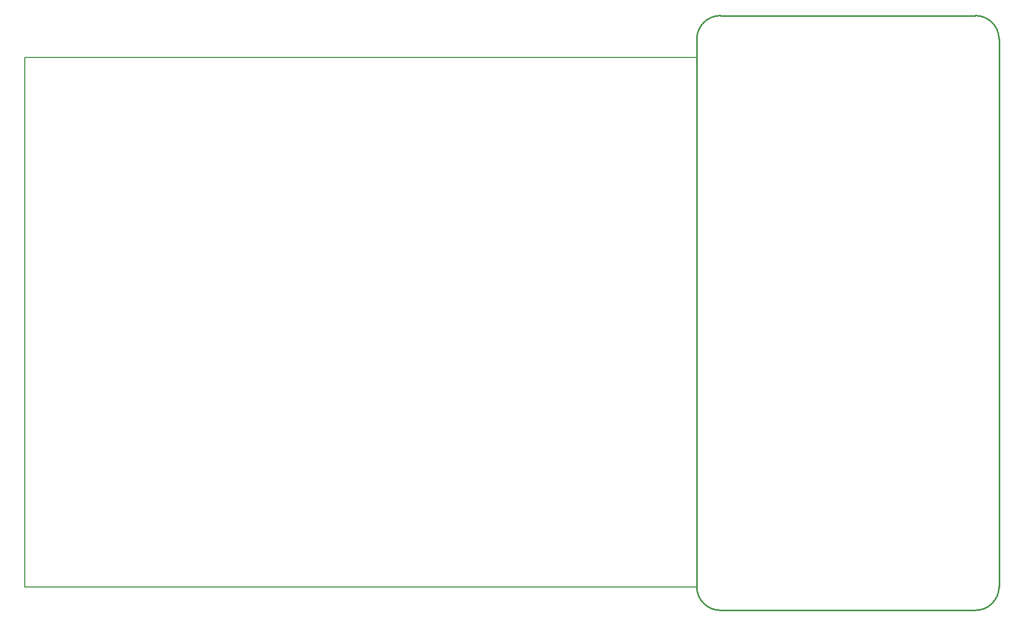
<source format=gko>
%FSLAX25Y25*%
%MOIN*%
G70*
G01*
G75*
G04 Layer_Color=16711935*
%ADD10R,0.02362X0.05512*%
%ADD11R,0.02362X0.07087*%
G04:AMPARAMS|DCode=12|XSize=74.8mil|YSize=125.98mil|CornerRadius=0mil|HoleSize=0mil|Usage=FLASHONLY|Rotation=180.000|XOffset=0mil|YOffset=0mil|HoleType=Round|Shape=Octagon|*
%AMOCTAGOND12*
4,1,8,0.01870,-0.06299,-0.01870,-0.06299,-0.03740,-0.04429,-0.03740,0.04429,-0.01870,0.06299,0.01870,0.06299,0.03740,0.04429,0.03740,-0.04429,0.01870,-0.06299,0.0*
%
%ADD12OCTAGOND12*%

%ADD13R,0.16339X0.07284*%
%ADD14R,0.08465X0.11221*%
%ADD15R,0.11221X0.08465*%
%ADD16R,0.04724X0.05512*%
%ADD17R,0.05512X0.04724*%
%ADD18R,0.06693X0.06693*%
%ADD19R,0.21654X0.09843*%
%ADD20O,0.05709X0.02362*%
%ADD21R,0.09921X0.13425*%
%ADD22R,0.02362X0.04134*%
%ADD23O,0.00984X0.06102*%
%ADD24O,0.06102X0.00984*%
%ADD25R,0.03150X0.07874*%
%ADD26R,0.07087X0.09449*%
%ADD27R,0.03543X0.03740*%
%ADD28R,0.02362X0.03347*%
%ADD29R,0.40945X0.31496*%
%ADD30R,0.03937X0.11417*%
%ADD31R,0.09449X0.07087*%
G04:AMPARAMS|DCode=32|XSize=25.59mil|YSize=64.96mil|CornerRadius=1.92mil|HoleSize=0mil|Usage=FLASHONLY|Rotation=0.000|XOffset=0mil|YOffset=0mil|HoleType=Round|Shape=RoundedRectangle|*
%AMROUNDEDRECTD32*
21,1,0.02559,0.06112,0,0,0.0*
21,1,0.02175,0.06496,0,0,0.0*
1,1,0.00384,0.01088,-0.03056*
1,1,0.00384,-0.01088,-0.03056*
1,1,0.00384,-0.01088,0.03056*
1,1,0.00384,0.01088,0.03056*
%
%ADD32ROUNDEDRECTD32*%
%ADD33O,0.02756X0.09843*%
G04:AMPARAMS|DCode=34|XSize=11.81mil|YSize=59.06mil|CornerRadius=2.95mil|HoleSize=0mil|Usage=FLASHONLY|Rotation=0.000|XOffset=0mil|YOffset=0mil|HoleType=Round|Shape=RoundedRectangle|*
%AMROUNDEDRECTD34*
21,1,0.01181,0.05315,0,0,0.0*
21,1,0.00591,0.05906,0,0,0.0*
1,1,0.00591,0.00295,-0.02658*
1,1,0.00591,-0.00295,-0.02658*
1,1,0.00591,-0.00295,0.02658*
1,1,0.00591,0.00295,0.02658*
%
%ADD34ROUNDEDRECTD34*%
G04:AMPARAMS|DCode=35|XSize=11.81mil|YSize=59.06mil|CornerRadius=2.95mil|HoleSize=0mil|Usage=FLASHONLY|Rotation=270.000|XOffset=0mil|YOffset=0mil|HoleType=Round|Shape=RoundedRectangle|*
%AMROUNDEDRECTD35*
21,1,0.01181,0.05315,0,0,270.0*
21,1,0.00591,0.05906,0,0,270.0*
1,1,0.00591,-0.02658,-0.00295*
1,1,0.00591,-0.02658,0.00295*
1,1,0.00591,0.02658,0.00295*
1,1,0.00591,0.02658,-0.00295*
%
%ADD35ROUNDEDRECTD35*%
%ADD36R,0.09449X0.12992*%
%ADD37R,0.09449X0.03937*%
%ADD38O,0.08661X0.02362*%
%ADD39R,0.07874X0.02992*%
%ADD40O,0.08858X0.02362*%
%ADD41R,0.02362X0.04528*%
%ADD42R,0.03543X0.07087*%
%ADD43R,0.21654X0.23228*%
%ADD44R,0.04528X0.02362*%
%ADD45R,0.19685X0.31496*%
%ADD46R,0.20276X0.09252*%
%ADD47R,0.09843X0.05512*%
%ADD48R,0.07874X0.03150*%
%ADD49R,0.05118X0.03937*%
%ADD50R,0.13780X0.13780*%
%ADD51O,0.07480X0.02362*%
%ADD52C,0.02000*%
%ADD53C,0.01000*%
%ADD54C,0.02500*%
%ADD55C,0.04000*%
%ADD56C,0.10000*%
%ADD57C,0.12000*%
%ADD58C,0.05000*%
%ADD59R,0.12000X0.04000*%
%ADD60C,0.09000*%
%ADD61C,0.07874*%
%ADD62C,0.06299*%
%ADD63C,0.05906*%
%ADD64R,0.05906X0.05906*%
%ADD65R,0.05906X0.05906*%
%ADD66C,0.11811*%
%ADD67C,0.19685*%
%ADD68R,0.07874X0.07874*%
%ADD69O,0.07874X0.03937*%
%ADD70O,0.07874X0.03937*%
%ADD71C,0.10000*%
%ADD72C,0.11000*%
%ADD73C,0.15748*%
%ADD74C,0.07284*%
%ADD75R,0.07284X0.07284*%
%ADD76C,0.01969*%
%ADD77C,0.01600*%
%ADD78C,0.03000*%
%ADD79C,0.05000*%
%ADD80C,0.02400*%
%ADD81C,0.04000*%
%ADD82C,0.01500*%
%ADD83C,0.03600*%
%ADD84C,0.06000*%
%ADD85C,0.07000*%
%ADD86R,0.02165X0.03543*%
%ADD87R,0.12598X0.20472*%
%ADD88R,0.26000X0.07090*%
%ADD89R,0.26000X0.05438*%
%ADD90R,0.13000X0.05000*%
%ADD91R,0.06500X0.13000*%
%ADD92C,0.00984*%
%ADD93C,0.02362*%
%ADD94C,0.01969*%
%ADD95C,0.00787*%
%ADD96C,0.00600*%
%ADD97C,0.00800*%
%ADD98R,0.03162X0.06312*%
%ADD99R,0.03162X0.07887*%
G04:AMPARAMS|DCode=100|XSize=82.8mil|YSize=133.98mil|CornerRadius=0mil|HoleSize=0mil|Usage=FLASHONLY|Rotation=180.000|XOffset=0mil|YOffset=0mil|HoleType=Round|Shape=Octagon|*
%AMOCTAGOND100*
4,1,8,0.02070,-0.06699,-0.02070,-0.06699,-0.04140,-0.04629,-0.04140,0.04629,-0.02070,0.06699,0.02070,0.06699,0.04140,0.04629,0.04140,-0.04629,0.02070,-0.06699,0.0*
%
%ADD100OCTAGOND100*%

%ADD101R,0.17139X0.08083*%
%ADD102R,0.09265X0.12020*%
%ADD103R,0.12020X0.09265*%
%ADD104R,0.05524X0.06312*%
%ADD105R,0.06312X0.05524*%
%ADD106R,0.07493X0.07493*%
%ADD107R,0.22453X0.10642*%
%ADD108O,0.06509X0.03162*%
%ADD109R,0.10721X0.14225*%
%ADD110R,0.03162X0.04934*%
%ADD111O,0.01784X0.06902*%
%ADD112O,0.06902X0.01784*%
%ADD113R,0.03950X0.08674*%
%ADD114R,0.07887X0.10249*%
%ADD115R,0.04343X0.04540*%
%ADD116R,0.03162X0.04147*%
%ADD117R,0.41745X0.32296*%
%ADD118R,0.04737X0.12217*%
%ADD119R,0.10249X0.07887*%
G04:AMPARAMS|DCode=120|XSize=33.59mil|YSize=72.96mil|CornerRadius=5.92mil|HoleSize=0mil|Usage=FLASHONLY|Rotation=0.000|XOffset=0mil|YOffset=0mil|HoleType=Round|Shape=RoundedRectangle|*
%AMROUNDEDRECTD120*
21,1,0.03359,0.06112,0,0,0.0*
21,1,0.02175,0.07296,0,0,0.0*
1,1,0.01184,0.01088,-0.03056*
1,1,0.01184,-0.01088,-0.03056*
1,1,0.01184,-0.01088,0.03056*
1,1,0.01184,0.01088,0.03056*
%
%ADD120ROUNDEDRECTD120*%
%ADD121O,0.03556X0.10642*%
G04:AMPARAMS|DCode=122|XSize=19.81mil|YSize=67.06mil|CornerRadius=6.95mil|HoleSize=0mil|Usage=FLASHONLY|Rotation=0.000|XOffset=0mil|YOffset=0mil|HoleType=Round|Shape=RoundedRectangle|*
%AMROUNDEDRECTD122*
21,1,0.01981,0.05315,0,0,0.0*
21,1,0.00591,0.06706,0,0,0.0*
1,1,0.01391,0.00295,-0.02658*
1,1,0.01391,-0.00295,-0.02658*
1,1,0.01391,-0.00295,0.02658*
1,1,0.01391,0.00295,0.02658*
%
%ADD122ROUNDEDRECTD122*%
G04:AMPARAMS|DCode=123|XSize=19.81mil|YSize=67.06mil|CornerRadius=6.95mil|HoleSize=0mil|Usage=FLASHONLY|Rotation=270.000|XOffset=0mil|YOffset=0mil|HoleType=Round|Shape=RoundedRectangle|*
%AMROUNDEDRECTD123*
21,1,0.01981,0.05315,0,0,270.0*
21,1,0.00591,0.06706,0,0,270.0*
1,1,0.01391,-0.02658,-0.00295*
1,1,0.01391,-0.02658,0.00295*
1,1,0.01391,0.02658,0.00295*
1,1,0.01391,0.02658,-0.00295*
%
%ADD123ROUNDEDRECTD123*%
%ADD124R,0.10249X0.13792*%
%ADD125R,0.10249X0.04737*%
%ADD126O,0.09461X0.03162*%
%ADD127R,0.08674X0.03792*%
%ADD128O,0.09658X0.03162*%
%ADD129R,0.03162X0.05328*%
%ADD130R,0.04343X0.07887*%
%ADD131R,0.22453X0.24028*%
%ADD132R,0.05328X0.03162*%
%ADD133R,0.20485X0.32296*%
%ADD134R,0.21076X0.10052*%
%ADD135R,0.10642X0.06312*%
%ADD136R,0.08674X0.03950*%
%ADD137R,0.05918X0.04737*%
%ADD138R,0.14579X0.14579*%
%ADD139O,0.08280X0.03162*%
%ADD140C,0.09800*%
%ADD141C,0.08674*%
%ADD142C,0.07099*%
%ADD143C,0.06706*%
%ADD144R,0.06706X0.06706*%
%ADD145R,0.06706X0.06706*%
%ADD146C,0.12611*%
%ADD147C,0.20485*%
%ADD148R,0.08674X0.08674*%
%ADD149O,0.08674X0.04737*%
%ADD150O,0.08674X0.04737*%
%ADD151C,0.10800*%
%ADD152C,0.11800*%
%ADD153C,0.16548*%
%ADD154C,0.08083*%
%ADD155R,0.08083X0.08083*%
%ADD156R,0.02965X0.04343*%
%ADD157C,0.00394*%
D53*
X601284Y-349866D02*
G03*
X616150Y-335000I0J14866D01*
G01*
X425000D02*
G03*
X439866Y-349866I14866J0D01*
G01*
Y26323D02*
G03*
X425000Y11457I0J-14866D01*
G01*
X616150D02*
G03*
X601284Y26323I-14866J0D01*
G01*
X439866Y-349866D02*
X601284D01*
X425000Y-335000D02*
Y11457D01*
X439866Y26323D02*
X601284D01*
X616150Y-335000D02*
Y11457D01*
D96*
X0Y0D02*
X425000D01*
Y-335000D02*
Y0D01*
X0Y-335000D02*
X425000D01*
X0D02*
Y0D01*
M02*

</source>
